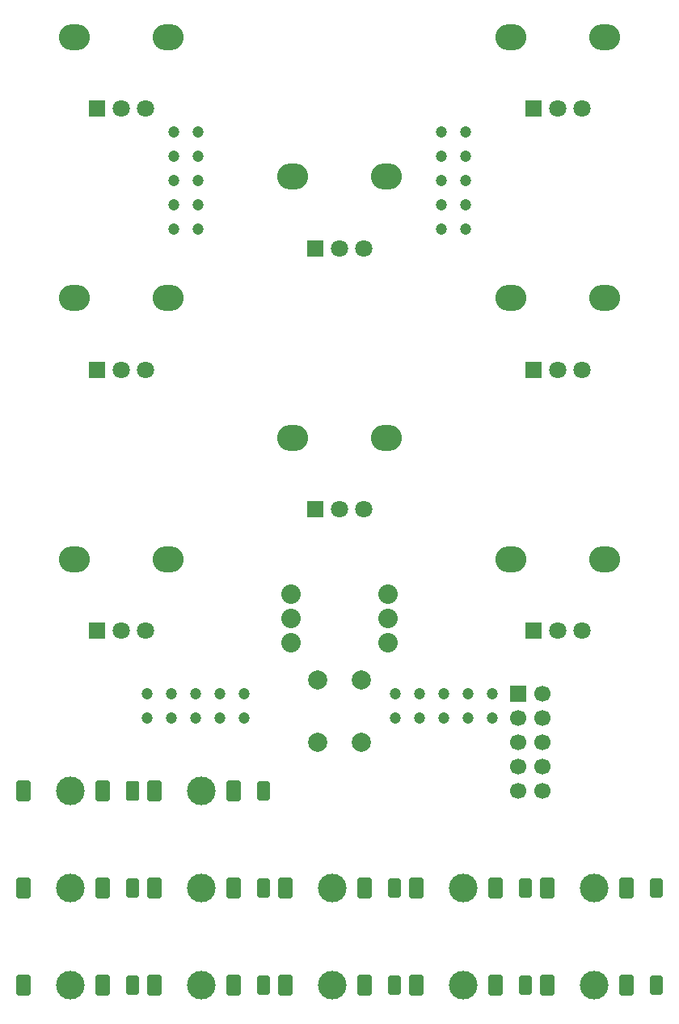
<source format=gbr>
%TF.GenerationSoftware,KiCad,Pcbnew,9.0.0*%
%TF.CreationDate,2025-03-18T19:24:19-04:00*%
%TF.ProjectId,200_Plattform,3230305f-506c-4617-9474-666f726d2e6b,A1*%
%TF.SameCoordinates,Original*%
%TF.FileFunction,Soldermask,Bot*%
%TF.FilePolarity,Negative*%
%FSLAX45Y45*%
G04 Gerber Fmt 4.5, Leading zero omitted, Abs format (unit mm)*
G04 Created by KiCad (PCBNEW 9.0.0) date 2025-03-18 19:24:19*
%MOMM*%
%LPD*%
G01*
G04 APERTURE LIST*
G04 Aperture macros list*
%AMRoundRect*
0 Rectangle with rounded corners*
0 $1 Rounding radius*
0 $2 $3 $4 $5 $6 $7 $8 $9 X,Y pos of 4 corners*
0 Add a 4 corners polygon primitive as box body*
4,1,4,$2,$3,$4,$5,$6,$7,$8,$9,$2,$3,0*
0 Add four circle primitives for the rounded corners*
1,1,$1+$1,$2,$3*
1,1,$1+$1,$4,$5*
1,1,$1+$1,$6,$7*
1,1,$1+$1,$8,$9*
0 Add four rect primitives between the rounded corners*
20,1,$1+$1,$2,$3,$4,$5,0*
20,1,$1+$1,$4,$5,$6,$7,0*
20,1,$1+$1,$6,$7,$8,$9,0*
20,1,$1+$1,$8,$9,$2,$3,0*%
G04 Aperture macros list end*
%ADD10O,3.240000X2.720000*%
%ADD11R,1.800000X1.800000*%
%ADD12C,1.800000*%
%ADD13C,3.000000*%
%ADD14RoundRect,0.269231X0.430769X-0.730769X0.430769X0.730769X-0.430769X0.730769X-0.430769X-0.730769X0*%
%ADD15RoundRect,0.176056X0.573944X-0.923944X0.573944X0.923944X-0.573944X0.923944X-0.573944X-0.923944X0*%
%ADD16C,1.200000*%
%ADD17C,2.000000*%
%ADD18C,2.032000*%
%ADD19RoundRect,0.191257X0.508743X-0.808743X0.508743X0.808743X-0.508743X0.808743X-0.508743X-0.808743X0*%
%ADD20R,1.700000X1.700000*%
%ADD21C,1.700000*%
G04 APERTURE END LIST*
D10*
%TO.C,RV5*%
X7358600Y-8190800D03*
X8338600Y-8190800D03*
D11*
X7598600Y-8940800D03*
D12*
X7848600Y-8940800D03*
X8098600Y-8940800D03*
%TD*%
D13*
%TO.C,J7*%
X7772100Y-13919200D03*
D14*
X8420100Y-13919200D03*
D15*
X7280100Y-13919200D03*
X8110100Y-13919200D03*
%TD*%
D16*
%TO.C,J13*%
X6113800Y-4990200D03*
X6113800Y-5244200D03*
X6113800Y-5498200D03*
X6113800Y-5752200D03*
X6113800Y-6006200D03*
X6367800Y-4990200D03*
X6367800Y-5244200D03*
X6367800Y-5498200D03*
X6367800Y-5752200D03*
X6367800Y-6006200D03*
%TD*%
D13*
%TO.C,J3*%
X7772100Y-12903200D03*
D14*
X8420100Y-12903200D03*
D15*
X7280100Y-12903200D03*
X8110100Y-12903200D03*
%TD*%
D13*
%TO.C,J8*%
X9143700Y-13919200D03*
D14*
X9791700Y-13919200D03*
D15*
X8651700Y-13919200D03*
X9481700Y-13919200D03*
%TD*%
D10*
%TO.C,RV8*%
X9644600Y-9460800D03*
X10624600Y-9460800D03*
D11*
X9884600Y-10210800D03*
D12*
X10134600Y-10210800D03*
X10384600Y-10210800D03*
%TD*%
D17*
%TO.C,SW1*%
X7623600Y-11374000D03*
X7623600Y-10724000D03*
X8073600Y-11374000D03*
X8073600Y-10724000D03*
%TD*%
D16*
%TO.C,J15*%
X8432800Y-11125200D03*
X8686800Y-11125200D03*
X8940800Y-11125200D03*
X9194800Y-11125200D03*
X9448800Y-11125200D03*
X8432800Y-10871200D03*
X8686800Y-10871200D03*
X8940800Y-10871200D03*
X9194800Y-10871200D03*
X9448800Y-10871200D03*
%TD*%
D18*
%TO.C,SW3*%
X8356600Y-9829800D03*
X8356600Y-10083800D03*
X8356600Y-10337800D03*
%TD*%
D10*
%TO.C,RV1*%
X5072600Y-3999800D03*
X6052600Y-3999800D03*
D11*
X5312600Y-4749800D03*
D12*
X5562600Y-4749800D03*
X5812600Y-4749800D03*
%TD*%
D13*
%TO.C,J5*%
X5028900Y-13919200D03*
D14*
X5676900Y-13919200D03*
D15*
X4536900Y-13919200D03*
X5366900Y-13919200D03*
%TD*%
D13*
%TO.C,J9*%
X6400497Y-11887200D03*
D14*
X7048497Y-11887200D03*
D15*
X5908497Y-11887200D03*
X6738497Y-11887200D03*
%TD*%
D13*
%TO.C,J10*%
X5028900Y-11887200D03*
D15*
X5366900Y-11887200D03*
D19*
X5676900Y-11887200D03*
D15*
X4536900Y-11887200D03*
%TD*%
D16*
%TO.C,J16*%
X8913800Y-4990200D03*
X8913800Y-5244200D03*
X8913800Y-5498200D03*
X8913800Y-5752200D03*
X8913800Y-6006200D03*
X9167800Y-4990200D03*
X9167800Y-5244200D03*
X9167800Y-5498200D03*
X9167800Y-5752200D03*
X9167800Y-6006200D03*
%TD*%
D13*
%TO.C,J1*%
X5028900Y-12903200D03*
D14*
X5676900Y-12903200D03*
D15*
X4536900Y-12903200D03*
X5366900Y-12903200D03*
%TD*%
D10*
%TO.C,RV6*%
X9644600Y-3999800D03*
X10624600Y-3999800D03*
D11*
X9884600Y-4749800D03*
D12*
X10134600Y-4749800D03*
X10384600Y-4749800D03*
%TD*%
D13*
%TO.C,J6*%
X6400500Y-13919200D03*
D14*
X7048500Y-13919200D03*
D15*
X5908500Y-13919200D03*
X6738500Y-13919200D03*
%TD*%
D10*
%TO.C,RV3*%
X5072600Y-9460800D03*
X6052600Y-9460800D03*
D11*
X5312600Y-10210800D03*
D12*
X5562600Y-10210800D03*
X5812600Y-10210800D03*
%TD*%
D16*
%TO.C,J14*%
X5832800Y-11125200D03*
X6086800Y-11125200D03*
X6340800Y-11125200D03*
X6594800Y-11125200D03*
X6848800Y-11125200D03*
X5832800Y-10871200D03*
X6086800Y-10871200D03*
X6340800Y-10871200D03*
X6594800Y-10871200D03*
X6848800Y-10871200D03*
%TD*%
D13*
%TO.C,J12*%
X10515300Y-13919200D03*
D14*
X11163300Y-13919200D03*
D15*
X10023300Y-13919200D03*
X10853300Y-13919200D03*
%TD*%
D18*
%TO.C,SW2*%
X7340600Y-9829800D03*
X7340600Y-10083800D03*
X7340600Y-10337800D03*
%TD*%
D10*
%TO.C,RV4*%
X7358600Y-5460300D03*
X8338600Y-5460300D03*
D11*
X7598600Y-6210300D03*
D12*
X7848600Y-6210300D03*
X8098600Y-6210300D03*
%TD*%
D13*
%TO.C,J2*%
X6400500Y-12903200D03*
D14*
X7048500Y-12903200D03*
D15*
X5908500Y-12903200D03*
X6738500Y-12903200D03*
%TD*%
D13*
%TO.C,J11*%
X10515300Y-12903200D03*
D14*
X11163300Y-12903200D03*
D15*
X10023300Y-12903200D03*
X10853300Y-12903200D03*
%TD*%
D10*
%TO.C,RV2*%
X5072600Y-6730300D03*
X6052600Y-6730300D03*
D11*
X5312600Y-7480300D03*
D12*
X5562600Y-7480300D03*
X5812600Y-7480300D03*
%TD*%
D20*
%TO.C,J17*%
X9718800Y-10873200D03*
D21*
X9972800Y-10873200D03*
X9718800Y-11127200D03*
X9972800Y-11127200D03*
X9718800Y-11381200D03*
X9972800Y-11381200D03*
X9718800Y-11635200D03*
X9972800Y-11635200D03*
X9718800Y-11889200D03*
X9972800Y-11889200D03*
%TD*%
D10*
%TO.C,RV7*%
X9644600Y-6730300D03*
X10624600Y-6730300D03*
D11*
X9884600Y-7480300D03*
D12*
X10134600Y-7480300D03*
X10384600Y-7480300D03*
%TD*%
D13*
%TO.C,J4*%
X9143700Y-12903200D03*
D14*
X9791700Y-12903200D03*
D15*
X8651700Y-12903200D03*
X9481700Y-12903200D03*
%TD*%
M02*

</source>
